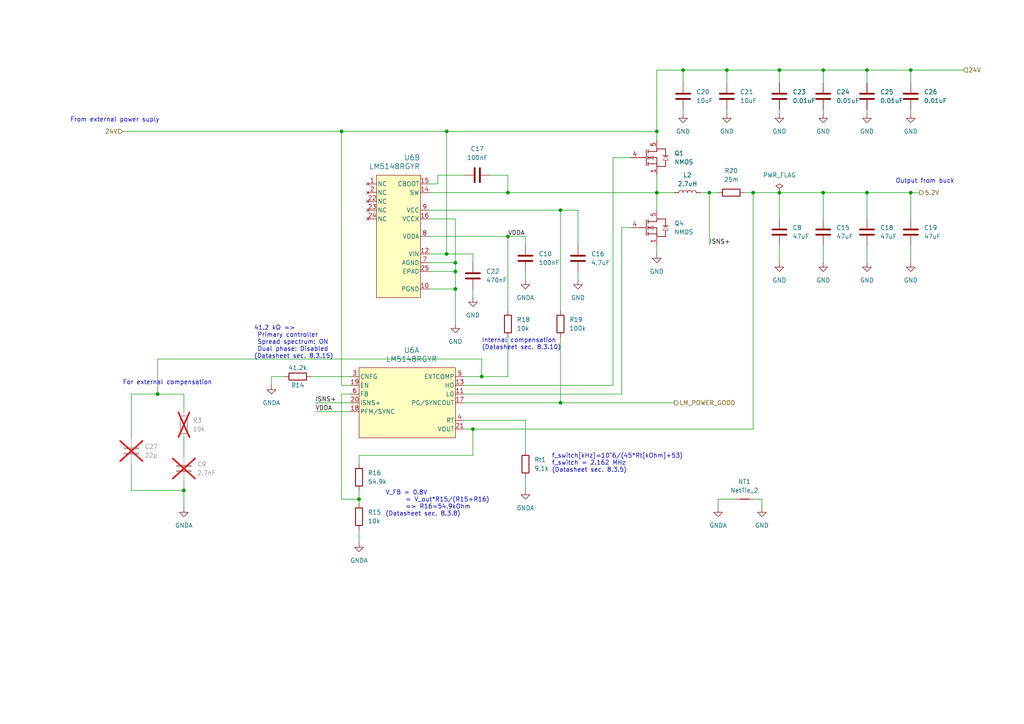
<source format=kicad_sch>
(kicad_sch (version 20230121) (generator eeschema)
  (paper "A4")
  (lib_symbols
    (symbol "CSD18514Q5A_1" (pin_names (offset 0.254))
      (property "Reference" "Q1" (at 7.62 1.27 0))
      (property "Value" "NMOS" (at 7.62 -1.27 0))
      (symbol "CSD18514Q5A_1_0_1"
        (polyline (pts (xy -2.54 0) (xy -0.508 0)) (stroke (width 0.2032)))
        (polyline (pts (xy -0.508 2.286) (xy -0.508 -2.286)) (stroke (width 0.2032)))
        (polyline (pts (xy 0 -2.286) (xy 0 -1.27)) (stroke (width 0.2032)))
        (polyline (pts (xy 0 -0.508) (xy 0 0.508)) (stroke (width 0.2032)))
        (polyline (pts (xy 0 0) (xy 1.524 -0.508)) (stroke (width 0.1016)))
        (polyline (pts (xy 0 2.286) (xy 0 1.27)) (stroke (width 0.2032)))
        (polyline (pts (xy 1.524 -0.508) (xy 1.524 0.508)) (stroke (width 0.1016)))
        (polyline (pts (xy 1.524 0.508) (xy 0 0)) (stroke (width 0.1016)))
        (polyline (pts (xy 2.54 -2.54) (xy 5.08 -2.54)) (stroke (width 0.2032)))
        (polyline (pts (xy 2.54 -1.778) (xy 0 -1.778)) (stroke (width 0.2032)))
        (polyline (pts (xy 2.54 0) (xy 0 0)) (stroke (width 0.2032)))
        (polyline (pts (xy 2.54 0) (xy 2.54 -2.54)) (stroke (width 0.2032)))
        (polyline (pts (xy 2.54 1.778) (xy 0 1.778)) (stroke (width 0.2032)))
        (polyline (pts (xy 2.54 1.778) (xy 2.54 2.54)) (stroke (width 0.2032)))
        (polyline (pts (xy 2.54 2.54) (xy 5.08 2.54)) (stroke (width 0.2032)))
        (polyline (pts (xy 4.318 -0.762) (xy 5.842 -0.762)) (stroke (width 0.1016)))
        (polyline (pts (xy 4.318 0.508) (xy 5.842 0.508)) (stroke (width 0.2032)))
        (polyline (pts (xy 5.08 -2.54) (xy 5.08 -0.762)) (stroke (width 0.2032)))
        (polyline (pts (xy 5.08 0.508) (xy 4.318 -0.762)) (stroke (width 0.1016)))
        (polyline (pts (xy 5.08 2.54) (xy 5.08 0.508)) (stroke (width 0.2032)))
        (polyline (pts (xy 5.842 -0.762) (xy 5.08 0.508)) (stroke (width 0.1016)))
      )
      (symbol "CSD18514Q5A_1_1_1"
        (pin unspecified line (at 2.54 -5.08 90) (length 2.53) (name "") (number "1"))
        (pin unspecified line (at 2.54 -5.08 90) (length 2.53) hide (name "S") (number "2"))
        (pin unspecified line (at 2.54 -5.08 90) (length 2.53) hide (name "S") (number "3"))
        (pin unspecified line (at -5.08 0 0) (length 2.53) (name "") (number "4"))
        (pin unspecified line (at 2.54 5.08 270) (length 2.53) (name "") (number "5"))
        (pin unspecified line (at 2.54 5.08 270) (length 2.53) hide (name "D") (number "6"))
        (pin unspecified line (at 2.54 5.08 270) (length 2.53) hide (name "D") (number "7"))
        (pin unspecified line (at 2.54 5.08 270) (length 2.53) hide (name "D") (number "8"))
        (pin unspecified line (at 2.54 5.08 270) (length 2.53) hide (name "") (number "9"))
      )
    )
    (symbol "Device:C" (pin_numbers hide) (pin_names (offset 0.254))
      (property "Reference" "C" (at 0.635 2.54 0))
      (property "Value" "C" (at 0.635 -2.54 0))
      (symbol "C_0_1"
        (polyline (pts (xy -2.032 -0.762) (xy 2.032 -0.762)) (stroke (width 0.508)))
        (polyline (pts (xy -2.032 0.762) (xy 2.032 0.762)) (stroke (width 0.508)))
      )
      (symbol "C_1_1"
        (pin passive line (at 0 3.81 270) (length 2.794) (name "~") (number "1"))
        (pin passive line (at 0 -3.81 90) (length 2.794) (name "~") (number "2"))
      )
    )
    (symbol "Device:L" (pin_numbers hide) (pin_names (offset 1.016) hide)
      (property "Reference" "L" (at -1.27 0 90))
      (property "Value" "L" (at 1.905 0 90))
      (symbol "L_0_1"
        (arc (start 0 -2.54) (mid 0.6323 -1.905) (end 0 -1.27))
        (arc (start 0 -1.27) (mid 0.6323 -0.635) (end 0 0))
        (arc (start 0 0) (mid 0.6323 0.635) (end 0 1.27))
        (arc (start 0 1.27) (mid 0.6323 1.905) (end 0 2.54))
      )
      (symbol "L_1_1"
        (pin passive line (at 0 3.81 270) (length 1.27) (name "1") (number "1"))
        (pin passive line (at 0 -3.81 90) (length 1.27) (name "2") (number "2"))
      )
    )
    (symbol "Device:NetTie_2" (pin_numbers hide) (pin_names (offset 0) hide) (in_bom no)
      (property "Reference" "NT" (at 0 1.27 0))
      (property "Value" "NetTie_2" (at 0 -1.27 0))
      (symbol "NetTie_2_0_1"
        (polyline (pts (xy -1.27 0) (xy 1.27 0)) (stroke (width 0.254)))
      )
      (symbol "NetTie_2_1_1"
        (pin passive line (at -2.54 0 0) (length 2.54) (name "1") (number "1"))
        (pin passive line (at 2.54 0 180) (length 2.54) (name "2") (number "2"))
      )
    )
    (symbol "Device:R" (pin_numbers hide) (pin_names (offset 0))
      (property "Reference" "R" (at 2.032 0 90))
      (property "Value" "R" (at 0 0 90))
      (symbol "R_0_1"
        (rectangle (start -1.016 -2.54) (end 1.016 2.54) (stroke (width 0.254)))
      )
      (symbol "R_1_1"
        (pin passive line (at 0 3.81 270) (length 1.27) (name "~") (number "1"))
        (pin passive line (at 0 -3.81 90) (length 1.27) (name "~") (number "2"))
      )
    )
    (symbol "LM5148:LM5148RGYR" (pin_names (offset 0.254))
      (property "Reference" "U" (at 1.094 19.6949 0))
      (property "Value" "LM5148RGYR" (at 1.8042 17.1499 0))
      (symbol "LM5148RGYR_1_1"
        (rectangle (start -15.24 10.16) (end 12.7 -10.16) (fill (type background)))
        (pin output line (at 15.24 2.54 180) (length 2.54) (name "LO") (number "11"))
        (pin output line (at 15.24 5.08 180) (length 2.54) (name "HO") (number "13"))
        (pin output line (at 15.24 0 180) (length 2.54) (name "PG/SYNCOUT") (number "17"))
        (pin input line (at -17.78 -2.54 0) (length 2.54) (name "PFM/SYNC") (number "18"))
        (pin input line (at -17.78 5.08 0) (length 2.54) (name "EN") (number "19"))
        (pin input line (at -17.78 0 0) (length 2.54) (name "ISNS+") (number "20"))
        (pin unspecified line (at 15.24 -7.62 180) (length 2.54) (name "VOUT") (number "21"))
        (pin input line (at -17.78 7.62 0) (length 2.54) (name "CNFG") (number "3"))
        (pin output line (at 15.24 -5.08 180) (length 2.54) (name "RT") (number "4"))
        (pin output line (at 15.24 7.62 180) (length 2.54) (name "EXTCOMP") (number "5"))
        (pin input line (at -17.78 2.54 0) (length 2.54) (name "FB") (number "6"))
      )
      (symbol "LM5148RGYR_2_1"
        (rectangle (start -5.08 15.24) (end 7.62 -20.32) (fill (type background)))
        (pin no_connect line (at 10.16 12.7 180) (length 2.54) (name "NC") (number "1"))
        (pin power_out line (at -7.62 -17.78 0) (length 2.54) (name "PGND") (number "10"))
        (pin power_in line (at -7.62 -7.62 0) (length 2.54) (name "VIN") (number "12"))
        (pin power_out line (at -7.62 10.16 0) (length 2.54) (name "SW") (number "14"))
        (pin power_out line (at -7.62 12.7 0) (length 2.54) (name "CBOOT") (number "15"))
        (pin power_in line (at -7.62 2.54 0) (length 2.54) (name "VCCX") (number "16"))
        (pin no_connect line (at 10.16 10.16 180) (length 2.54) (name "NC") (number "2"))
        (pin no_connect line (at 10.16 7.62 180) (length 2.54) (name "NC") (number "22"))
        (pin no_connect line (at 10.16 5.08 180) (length 2.54) (name "NC") (number "23"))
        (pin no_connect line (at 10.16 2.54 180) (length 2.54) (name "NC") (number "24"))
        (pin power_out line (at -7.62 -12.7 0) (length 2.54) (name "EPAD") (number "25"))
        (pin power_out line (at -7.62 -10.16 0) (length 2.54) (name "AGND") (number "7"))
        (pin output line (at -7.62 -2.54 0) (length 2.54) (name "VDDA") (number "8"))
        (pin power_out line (at -7.62 5.08 0) (length 2.54) (name "VCC") (number "9"))
      )
    )
    (symbol "LM5148RGYR_1" (pin_names (offset 0.254))
      (property "Reference" "U" (at 1.094 19.6949 0))
      (property "Value" "LM5148RGYR" (at 1.8042 17.1499 0))
      (symbol "LM5148RGYR_1_1_1"
        (rectangle (start -15.24 10.16) (end 12.7 -10.16) (fill (type background)))
        (pin output line (at 15.24 2.54 180) (length 2.54) (name "LO") (number "11"))
        (pin output line (at 15.24 5.08 180) (length 2.54) (name "HO") (number "13"))
        (pin output line (at 15.24 0 180) (length 2.54) (name "PG/SYNCOUT") (number "17"))
        (pin input line (at -17.78 -2.54 0) (length 2.54) (name "PFM/SYNC") (number "18"))
        (pin input line (at -17.78 5.08 0) (length 2.54) (name "EN") (number "19"))
        (pin input line (at -17.78 0 0) (length 2.54) (name "ISNS+") (number "20"))
        (pin unspecified line (at 15.24 -7.62 180) (length 2.54) (name "VOUT") (number "21"))
        (pin input line (at -17.78 7.62 0) (length 2.54) (name "CNFG") (number "3"))
        (pin output line (at 15.24 -5.08 180) (length 2.54) (name "RT") (number "4"))
        (pin output line (at 15.24 7.62 180) (length 2.54) (name "EXTCOMP") (number "5"))
        (pin input line (at -17.78 2.54 0) (length 2.54) (name "FB") (number "6"))
      )
      (symbol "LM5148RGYR_1_2_1"
        (rectangle (start -5.08 15.24) (end 7.62 -20.32) (fill (type background)))
        (pin no_connect line (at 10.16 12.7 180) (length 2.54) (name "NC") (number "1"))
        (pin power_out line (at -7.62 -17.78 0) (length 2.54) (name "PGND") (number "10"))
        (pin power_in line (at -7.62 -7.62 0) (length 2.54) (name "VIN") (number "12"))
        (pin power_out line (at -7.62 10.16 0) (length 2.54) (name "SW") (number "14"))
        (pin power_out line (at -7.62 12.7 0) (length 2.54) (name "CBOOT") (number "15"))
        (pin power_in line (at -7.62 2.54 0) (length 2.54) (name "VCCX") (number "16"))
        (pin no_connect line (at 10.16 10.16 180) (length 2.54) (name "NC") (number "2"))
        (pin no_connect line (at 10.16 7.62 180) (length 2.54) (name "NC") (number "22"))
        (pin no_connect line (at 10.16 5.08 180) (length 2.54) (name "NC") (number "23"))
        (pin no_connect line (at 10.16 2.54 180) (length 2.54) (name "NC") (number "24"))
        (pin power_out line (at -7.62 -12.7 0) (length 2.54) (name "EPAD") (number "25"))
        (pin power_out line (at -7.62 -10.16 0) (length 2.54) (name "AGND") (number "7"))
        (pin output line (at -7.62 -2.54 0) (length 2.54) (name "VDDA") (number "8"))
        (pin power_out line (at -7.62 5.08 0) (length 2.54) (name "VCC") (number "9"))
      )
    )
    (symbol "NMOS-CSD18514:CSD18514Q5A" (pin_names (offset 0.254))
      (property "Reference" "U" (at 0 2.54 0))
      (property "Value" "CSD18514Q5A" (at 12.7 5.08 0))
      (symbol "CSD18514Q5A_0_1"
        (polyline (pts (xy -2.54 0) (xy -0.508 0)) (stroke (width 0.2032)))
        (polyline (pts (xy -0.508 2.286) (xy -0.508 -2.286)) (stroke (width 0.2032)))
        (polyline (pts (xy 0 -2.286) (xy 0 -1.27)) (stroke (width 0.2032)))
        (polyline (pts (xy 0 -0.508) (xy 0 0.508)) (stroke (width 0.2032)))
        (polyline (pts (xy 0 0) (xy 1.524 -0.508)) (stroke (width 0.1016)))
        (polyline (pts (xy 0 2.286) (xy 0 1.27)) (stroke (width 0.2032)))
        (polyline (pts (xy 1.524 -0.508) (xy 1.524 0.508)) (stroke (width 0.1016)))
        (polyline (pts (xy 1.524 0.508) (xy 0 0)) (stroke (width 0.1016)))
        (polyline (pts (xy 2.54 -2.54) (xy 5.08 -2.54)) (stroke (width 0.2032)))
        (polyline (pts (xy 2.54 -1.778) (xy 0 -1.778)) (stroke (width 0.2032)))
        (polyline (pts (xy 2.54 0) (xy 0 0)) (stroke (width 0.2032)))
        (polyline (pts (xy 2.54 0) (xy 2.54 -2.54)) (stroke (width 0.2032)))
        (polyline (pts (xy 2.54 1.778) (xy 0 1.778)) (stroke (width 0.2032)))
        (polyline (pts (xy 2.54 1.778) (xy 2.54 2.54)) (stroke (width 0.2032)))
        (polyline (pts (xy 2.54 2.54) (xy 5.08 2.54)) (stroke (width 0.2032)))
        (polyline (pts (xy 4.318 -0.762) (xy 5.842 -0.762)) (stroke (width 0.1016)))
        (polyline (pts (xy 4.318 0.508) (xy 5.842 0.508)) (stroke (width 0.2032)))
        (polyline (pts (xy 5.08 -2.54) (xy 5.08 -0.762)) (stroke (width 0.2032)))
        (polyline (pts (xy 5.08 0.508) (xy 4.318 -0.762)) (stroke (width 0.1016)))
        (polyline (pts (xy 5.08 2.54) (xy 5.08 0.508)) (stroke (width 0.2032)))
        (polyline (pts (xy 5.842 -0.762) (xy 5.08 0.508)) (stroke (width 0.1016)))
      )
      (symbol "CSD18514Q5A_1_1"
        (pin unspecified line (at 2.54 -5.08 90) (length 2.53) (name "") (number "1"))
        (pin unspecified line (at 2.54 -5.08 90) (length 2.53) hide (name "S") (number "2"))
        (pin unspecified line (at 2.54 -5.07 90) (length 2.53) hide (name "S") (number "3"))
        (pin unspecified line (at -5.08 0 0) (length 2.53) (name "") (number "4"))
        (pin unspecified line (at 2.54 5.08 270) (length 2.53) (name "") (number "5"))
        (pin unspecified line (at 2.54 5.08 270) (length 2.53) hide (name "D") (number "6"))
        (pin unspecified line (at 2.54 5.08 270) (length 2.53) hide (name "D") (number "7"))
        (pin unspecified line (at 2.54 5.08 270) (length 2.53) hide (name "D") (number "8"))
        (pin unspecified line (at 2.54 5.08 270) (length 2.53) hide (name "") (number "9"))
      )
    )
    (symbol "power:GND" (power) (pin_names (offset 0))
      (property "Value" "GND" (at 0 -3.81 0))
      (symbol "GND_0_1"
        (polyline (pts (xy 0 0) (xy 0 -1.27) (xy 1.27 -1.27) (xy 0 -2.54) (xy -1.27 -1.27) (xy 0 -1.27)))
      )
      (symbol "GND_1_1"
        (pin power_in line (at 0 0 270) (length 0) hide (name "GND") (number "1"))
      )
    )
    (symbol "power:GNDA" (power) (pin_names (offset 0))
      (property "Value" "GNDA" (at 0 -3.81 0))
      (symbol "GNDA_0_1"
        (polyline (pts (xy 0 0) (xy 0 -1.27) (xy 1.27 -1.27) (xy 0 -2.54) (xy -1.27 -1.27) (xy 0 -1.27)))
      )
      (symbol "GNDA_1_1"
        (pin power_in line (at 0 0 270) (length 0) hide (name "GNDA") (number "1"))
      )
    )
    (symbol "power:PWR_FLAG" (power) (pin_numbers hide) (pin_names (offset 0) hide)
      (property "Value" "PWR_FLAG" (at 0 3.81 0))
      (symbol "PWR_FLAG_0_0"
        (pin power_out line (at 0 0 90) (length 0) (name "pwr") (number "1"))
      )
      (symbol "PWR_FLAG_0_1"
        (polyline (pts (xy 0 0) (xy 0 1.27) (xy -1.016 1.905) (xy 0 2.54) (xy 1.016 1.905) (xy 0 1.27)))
      )
    )
  )
  (junction (at 190.5 55.88))
  (junction (at 205.74 55.88))
  (junction (at 190.5 38.1))
  (junction (at 99.06 38.1))
  (junction (at 45.72 114.3))
  (junction (at 132.08 76.2))
  (junction (at 264.16 20.32))
  (junction (at 210.82 20.32))
  (junction (at 238.76 55.88))
  (junction (at 147.32 68.58))
  (junction (at 238.76 20.32))
  (junction (at 251.46 20.32))
  (junction (at 198.12 20.32))
  (junction (at 139.7 109.22))
  (junction (at 251.46 55.88))
  (junction (at 162.56 60.96))
  (junction (at 104.14 144.78))
  (junction (at 147.32 55.88))
  (junction (at 162.56 116.84))
  (junction (at 264.16 55.88))
  (junction (at 132.08 78.74))
  (junction (at 218.44 55.88))
  (junction (at 226.06 20.32))
  (junction (at 129.54 73.66))
  (junction (at 137.16 124.46))
  (junction (at 129.54 38.1))
  (junction (at 132.08 83.82))
  (junction (at 53.34 142.24))
  (junction (at 226.06 55.88))
  (wire (pts (xy 198.12 20.32) (xy 198.12 24.13)))
  (wire (pts (xy 198.12 20.32) (xy 210.82 20.32)))
  (wire (pts (xy 226.06 55.88) (xy 226.06 63.5)))
  (wire (pts (xy 53.34 142.24) (xy 53.34 139.7)))
  (wire (pts (xy 38.1 142.24) (xy 53.34 142.24)))
  (wire (pts (xy 238.76 20.32) (xy 251.46 20.32)))
  (wire (pts (xy 210.82 31.75) (xy 210.82 33.02)))
  (wire (pts (xy 210.82 20.32) (xy 226.06 20.32)))
  (wire (pts (xy 180.34 66.04) (xy 182.88 66.04)))
  (wire (pts (xy 190.5 50.8) (xy 190.5 55.88)))
  (wire (pts (xy 99.06 111.76) (xy 99.06 38.1)))
  (wire (pts (xy 167.64 78.74) (xy 167.64 81.28)))
  (wire (pts (xy 129.54 38.1) (xy 190.5 38.1)))
  (wire (pts (xy 124.46 55.88) (xy 147.32 55.88)))
  (wire (pts (xy 162.56 60.96) (xy 167.64 60.96)))
  (wire (pts (xy 238.76 20.32) (xy 238.76 24.13)))
  (wire (pts (xy 251.46 20.32) (xy 264.16 20.32)))
  (wire (pts (xy 99.06 144.78) (xy 104.14 144.78)))
  (wire (pts (xy 137.16 73.66) (xy 129.54 73.66)))
  (wire (pts (xy 264.16 55.88) (xy 264.16 63.5)))
  (wire (pts (xy 152.4 138.43) (xy 152.4 142.24)))
  (wire (pts (xy 251.46 55.88) (xy 264.16 55.88)))
  (wire (pts (xy 99.06 111.76) (xy 101.6 111.76)))
  (wire (pts (xy 134.62 124.46) (xy 137.16 124.46)))
  (wire (pts (xy 218.44 55.88) (xy 218.44 124.46)))
  (wire (pts (xy 238.76 71.12) (xy 238.76 76.2)))
  (wire (pts (xy 132.08 78.74) (xy 132.08 83.82)))
  (wire (pts (xy 180.34 114.3) (xy 180.34 66.04)))
  (wire (pts (xy 226.06 20.32) (xy 226.06 24.13)))
  (wire (pts (xy 177.8 45.72) (xy 182.88 45.72)))
  (wire (pts (xy 53.34 114.3) (xy 53.34 119.38)))
  (wire (pts (xy 190.5 55.88) (xy 195.58 55.88)))
  (wire (pts (xy 251.46 55.88) (xy 251.46 63.5)))
  (wire (pts (xy 218.44 55.88) (xy 226.06 55.88)))
  (wire (pts (xy 226.06 71.12) (xy 226.06 76.2)))
  (wire (pts (xy 99.06 114.3) (xy 99.06 144.78)))
  (wire (pts (xy 226.06 55.88) (xy 238.76 55.88)))
  (wire (pts (xy 104.14 132.08) (xy 137.16 132.08)))
  (wire (pts (xy 38.1 127) (xy 38.1 114.3)))
  (wire (pts (xy 264.16 31.75) (xy 264.16 33.02)))
  (wire (pts (xy 127 53.34) (xy 127 50.8)))
  (wire (pts (xy 124.46 73.66) (xy 129.54 73.66)))
  (wire (pts (xy 139.7 109.22) (xy 139.7 104.14)))
  (wire (pts (xy 45.72 114.3) (xy 53.34 114.3)))
  (wire (pts (xy 142.24 50.8) (xy 147.32 50.8)))
  (wire (pts (xy 124.46 76.2) (xy 132.08 76.2)))
  (wire (pts (xy 127 50.8) (xy 134.62 50.8)))
  (wire (pts (xy 124.46 68.58) (xy 147.32 68.58)))
  (wire (pts (xy 198.12 31.75) (xy 198.12 33.02)))
  (wire (pts (xy 134.62 121.92) (xy 152.4 121.92)))
  (wire (pts (xy 203.2 55.88) (xy 205.74 55.88)))
  (wire (pts (xy 132.08 83.82) (xy 124.46 83.82)))
  (wire (pts (xy 190.5 71.12) (xy 190.5 73.66)))
  (wire (pts (xy 134.62 111.76) (xy 177.8 111.76)))
  (wire (pts (xy 38.1 134.62) (xy 38.1 142.24)))
  (wire (pts (xy 177.8 111.76) (xy 177.8 45.72)))
  (wire (pts (xy 147.32 50.8) (xy 147.32 55.88)))
  (wire (pts (xy 210.82 20.32) (xy 210.82 24.13)))
  (wire (pts (xy 251.46 71.12) (xy 251.46 76.2)))
  (wire (pts (xy 91.44 119.38) (xy 101.6 119.38)))
  (wire (pts (xy 264.16 20.32) (xy 264.16 24.13)))
  (wire (pts (xy 190.5 55.88) (xy 190.5 60.96)))
  (wire (pts (xy 91.44 116.84) (xy 101.6 116.84)))
  (wire (pts (xy 78.74 109.22) (xy 78.74 111.76)))
  (wire (pts (xy 90.17 109.22) (xy 101.6 109.22)))
  (wire (pts (xy 208.28 144.78) (xy 213.36 144.78)))
  (wire (pts (xy 162.56 116.84) (xy 195.58 116.84)))
  (wire (pts (xy 218.44 55.88) (xy 215.9 55.88)))
  (wire (pts (xy 137.16 124.46) (xy 137.16 132.08)))
  (wire (pts (xy 218.44 144.78) (xy 220.98 144.78)))
  (wire (pts (xy 152.4 71.12) (xy 152.4 68.58)))
  (wire (pts (xy 38.1 114.3) (xy 45.72 114.3)))
  (wire (pts (xy 251.46 20.32) (xy 251.46 24.13)))
  (wire (pts (xy 45.72 104.14) (xy 45.72 114.3)))
  (wire (pts (xy 139.7 109.22) (xy 134.62 109.22)))
  (wire (pts (xy 147.32 97.79) (xy 147.32 109.22)))
  (wire (pts (xy 104.14 142.24) (xy 104.14 144.78)))
  (wire (pts (xy 53.34 142.24) (xy 53.34 147.32)))
  (wire (pts (xy 147.32 109.22) (xy 139.7 109.22)))
  (wire (pts (xy 205.74 55.88) (xy 208.28 55.88)))
  (wire (pts (xy 82.55 109.22) (xy 78.74 109.22)))
  (wire (pts (xy 124.46 60.96) (xy 162.56 60.96)))
  (wire (pts (xy 205.74 71.12) (xy 205.74 55.88)))
  (wire (pts (xy 152.4 78.74) (xy 152.4 81.28)))
  (wire (pts (xy 132.08 76.2) (xy 132.08 78.74)))
  (wire (pts (xy 162.56 97.79) (xy 162.56 116.84)))
  (wire (pts (xy 124.46 53.34) (xy 127 53.34)))
  (wire (pts (xy 104.14 144.78) (xy 104.14 146.05)))
  (wire (pts (xy 238.76 55.88) (xy 251.46 55.88)))
  (wire (pts (xy 139.7 104.14) (xy 45.72 104.14)))
  (wire (pts (xy 137.16 124.46) (xy 218.44 124.46)))
  (wire (pts (xy 124.46 78.74) (xy 132.08 78.74)))
  (wire (pts (xy 147.32 68.58) (xy 152.4 68.58)))
  (wire (pts (xy 147.32 68.58) (xy 147.32 90.17)))
  (wire (pts (xy 104.14 132.08) (xy 104.14 134.62)))
  (wire (pts (xy 264.16 20.32) (xy 279.4 20.32)))
  (wire (pts (xy 264.16 55.88) (xy 266.7 55.88)))
  (wire (pts (xy 134.62 116.84) (xy 162.56 116.84)))
  (wire (pts (xy 53.34 127) (xy 53.34 132.08)))
  (wire (pts (xy 226.06 20.32) (xy 238.76 20.32)))
  (wire (pts (xy 190.5 20.32) (xy 198.12 20.32)))
  (wire (pts (xy 137.16 76.2) (xy 137.16 73.66)))
  (wire (pts (xy 220.98 144.78) (xy 220.98 147.32)))
  (wire (pts (xy 190.5 38.1) (xy 190.5 20.32)))
  (wire (pts (xy 132.08 83.82) (xy 132.08 93.98)))
  (wire (pts (xy 124.46 63.5) (xy 132.08 63.5)))
  (wire (pts (xy 162.56 90.17) (xy 162.56 60.96)))
  (wire (pts (xy 99.06 38.1) (xy 129.54 38.1)))
  (wire (pts (xy 251.46 31.75) (xy 251.46 33.02)))
  (wire (pts (xy 238.76 31.75) (xy 238.76 33.02)))
  (wire (pts (xy 137.16 83.82) (xy 137.16 86.36)))
  (wire (pts (xy 238.76 55.88) (xy 238.76 63.5)))
  (wire (pts (xy 132.08 63.5) (xy 132.08 76.2)))
  (wire (pts (xy 35.56 38.1) (xy 99.06 38.1)))
  (wire (pts (xy 134.62 114.3) (xy 180.34 114.3)))
  (wire (pts (xy 190.5 40.64) (xy 190.5 38.1)))
  (wire (pts (xy 167.64 71.12) (xy 167.64 60.96)))
  (wire (pts (xy 147.32 55.88) (xy 190.5 55.88)))
  (wire (pts (xy 101.6 114.3) (xy 99.06 114.3)))
  (wire (pts (xy 208.28 147.32) (xy 208.28 144.78)))
  (wire (pts (xy 152.4 121.92) (xy 152.4 130.81)))
  (wire (pts (xy 264.16 71.12) (xy 264.16 76.2)))
  (wire (pts (xy 104.14 153.67) (xy 104.14 157.48)))
  (wire (pts (xy 129.54 38.1) (xy 129.54 73.66)))
  (wire (pts (xy 226.06 31.75) (xy 226.06 33.02)))
  (rectangle (start 165.1 218.44) (end 165.1 218.44))
  (text "From external power suply" (at 20.32 35.56 0) (effects (font (size 1.27 1.27)) (justify left bottom)))
  (text "For external compensation" (at 35.56 111.76 0) (effects (font (size 1.27 1.27)) (justify left bottom)))
  (text "f_switch[kHz]=10^6/(45*Rt[kOhm]+53)\nf_switch = 2.162 MHz\n(Datasheet sec. 8.3.5)" (at 160.02 137.16 0) (effects (font (size 1.27 1.27)) (justify left bottom)))
  (text "Output from buck\n" (at 276.86 53.34 0) (effects (font (size 1.27 1.27)) (justify right bottom)))
  (text "41.2 kΩ =>\n Primary controller\n Spread spectrum: ON\n Dual phase: Disabled\n(Datasheet sec. 8.3.15)" (at 73.66 104.14 0) (effects (font (size 1.27 1.27)) (justify left bottom)))
  (text "Internal compensation\n(Datasheet sec. 8.3.10)" (at 139.7 101.6 0) (effects (font (size 1.27 1.27)) (justify left bottom)))
  (text "V_FB = 0.8V \n      = V_out*R15/(R15+R16)\n	 => R16=54.9kOhm\n(Datasheet sec. 8.3.8)" (at 111.76 149.86 0) (effects (font (size 1.27 1.27)) (justify left bottom)))
  (label "ISNS+" (at 205.74 71.12 0))
  (label "VDDA" (at 147.32 68.58 0))
  (label "ISNS+" (at 91.44 116.84 0))
  (label "VDDA" (at 91.44 119.38 0))
  (hierarchical_label "LM_POWER_GOOD" (shape output) (at 195.58 116.84 0))
  (hierarchical_label "24V" (shape input) (at 279.4 20.32 0))
  (hierarchical_label "24V" (shape input) (at 35.56 38.1 180))
  (hierarchical_label "5.2V" (shape output) (at 266.7 55.88 0))
  (symbol (lib_id "Device:C") (at 251.46 67.31 0) (unit 1)
    (property "Reference" "C18" (at 255.27 66.04 0) (effects (justify left)))
    (property "Value" "47uF" (at 255.27 68.58 0) (effects (justify left)))
    (property "Footprint" "Capacitor_SMD:C_1210_3225Metric_Pad1.33x2.70mm_HandSolder" (effects hide))
  )
  (symbol (lib_id "Device:R") (at 53.34 123.19 0) (unit 1) (dnp yes)
    (property "Reference" "R3" (at 55.88 121.92 0) (effects (justify left)))
    (property "Value" "10k" (at 55.88 124.46 0) (effects (justify left)))
    (property "Footprint" "Resistor_SMD:R_0805_2012Metric_Pad1.20x1.40mm_HandSolder" (effects hide))
  )
  (symbol (lib_id "Device:R") (at 212.09 55.88 270) (mirror x) (unit 1)
    (property "Reference" "R20" (at 212.09 49.53 90))
    (property "Value" "25m" (at 212.09 52.07 90))
    (property "Footprint" "Resistor_SMD:R_0815_2038Metric_Pad1.20x4.05mm_HandSolder" (effects hide))
  )
  (symbol (lib_id "Device:C") (at 167.64 74.93 0) (unit 1)
    (property "Reference" "C16" (at 171.45 73.66 0) (effects (justify left)))
    (property "Value" "4.7uF" (at 171.45 76.2 0) (effects (justify left)))
    (property "Footprint" "Capacitor_SMD:C_0805_2012Metric_Pad1.18x1.45mm_HandSolder" (effects hide))
  )
  (symbol (lib_id "power:GNDA") (at 78.74 111.76 0) (unit 1)
    (property "Reference" "#PWR027" (effects hide))
    (property "Value" "GNDA" (at 78.74 116.84 0))
  )
  (symbol (lib_id "power:GND") (at 226.06 33.02 0) (unit 1)
    (property "Reference" "#PWR039" (effects hide))
    (property "Value" "GND" (at 226.06 38.1 0))
  )
  (symbol (lib_id "Device:C") (at 238.76 67.31 0) (unit 1)
    (property "Reference" "C15" (at 242.57 66.04 0) (effects (justify left)))
    (property "Value" "47uF" (at 242.57 68.58 0) (effects (justify left)))
    (property "Footprint" "Capacitor_SMD:C_1210_3225Metric_Pad1.33x2.70mm_HandSolder" (effects hide))
  )
  (symbol (lib_id "power:GND") (at 238.76 33.02 0) (unit 1)
    (property "Reference" "#PWR040" (effects hide))
    (property "Value" "GND" (at 238.76 38.1 0))
  )
  (symbol (lib_id "Device:R") (at 152.4 134.62 0) (unit 1)
    (property "Reference" "Rt1" (at 154.94 133.35 0) (effects (justify left)))
    (property "Value" "9.1k" (at 154.94 135.89 0) (effects (justify left)))
    (property "Footprint" "Resistor_SMD:R_0805_2012Metric_Pad1.20x1.40mm_HandSolder" (effects hide))
  )
  (symbol (lib_id "power:GND") (at 238.76 76.2 0) (unit 1)
    (property "Reference" "#PWR019" (effects hide))
    (property "Value" "GND" (at 238.76 81.28 0))
  )
  (symbol (lib_id "power:GND") (at 264.16 76.2 0) (unit 1)
    (property "Reference" "#PWR021" (effects hide))
    (property "Value" "GND" (at 264.16 81.28 0))
  )
  (symbol (lib_id "power:GND") (at 190.5 73.66 0) (unit 1)
    (property "Reference" "#PWR031" (effects hide))
    (property "Value" "GND" (at 190.5 78.74 0))
  )
  (symbol (lib_id "power:GNDA") (at 152.4 142.24 0) (unit 1)
    (property "Reference" "#PWR029" (effects hide))
    (property "Value" "GNDA" (at 152.4 147.32 0))
  )
  (symbol (lib_name "LM5148RGYR_1") (lib_id "LM5148:LM5148RGYR") (at 116.84 66.04 0) (mirror y) (unit 2)
    (property "Reference" "U6" (at 121.92 45.72 0) (effects (font (size 1.524 1.524)) (justify left)))
    (property "Value" "LM5148RGYR" (at 121.92 48.26 0) (effects (font (size 1.524 1.524)) (justify left)))
    (property "Footprint" "LM5148:VQFN24_RGY_TEX" (effects hide))
    (property "Datasheet" "LM5148RGYR" (effects hide))
  )
  (symbol (lib_id "Device:C") (at 226.06 67.31 0) (unit 1)
    (property "Reference" "C8" (at 229.87 66.04 0) (effects (justify left)))
    (property "Value" "47uF" (at 229.87 68.58 0) (effects (justify left)))
    (property "Footprint" "Capacitor_SMD:C_1210_3225Metric_Pad1.33x2.70mm_HandSolder" (effects hide))
  )
  (symbol (lib_id "Device:R") (at 147.32 93.98 0) (unit 1)
    (property "Reference" "R18" (at 149.86 92.71 0) (effects (justify left)))
    (property "Value" "10k" (at 149.86 95.25 0) (effects (justify left)))
    (property "Footprint" "Resistor_SMD:R_0805_2012Metric_Pad1.20x1.40mm_HandSolder" (effects hide))
  )
  (symbol (lib_id "power:GND") (at 251.46 33.02 0) (unit 1)
    (property "Reference" "#PWR041" (effects hide))
    (property "Value" "GND" (at 251.46 38.1 0))
  )
  (symbol (lib_id "Device:C") (at 152.4 74.93 0) (unit 1)
    (property "Reference" "C10" (at 156.21 73.66 0) (effects (justify left)))
    (property "Value" "100nF" (at 156.21 76.2 0) (effects (justify left)))
    (property "Footprint" "Capacitor_SMD:C_0805_2012Metric_Pad1.18x1.45mm_HandSolder" (effects hide))
  )
  (symbol (lib_id "Device:C") (at 53.34 135.89 0) (unit 1) (dnp yes)
    (property "Reference" "C9" (at 57.15 134.62 0) (effects (justify left)))
    (property "Value" "2.7nF" (at 57.15 137.16 0) (effects (justify left)))
    (property "Footprint" "Capacitor_SMD:C_0805_2012Metric_Pad1.18x1.45mm_HandSolder" (effects hide))
  )
  (symbol (lib_id "Device:C") (at 198.12 27.94 0) (unit 1)
    (property "Reference" "C20" (at 201.93 26.67 0) (effects (justify left)))
    (property "Value" "10uF" (at 201.93 29.21 0) (effects (justify left)))
    (property "Footprint" "Capacitor_SMD:C_1210_3225Metric_Pad1.33x2.70mm_HandSolder" (effects hide))
  )
  (symbol (lib_id "power:GNDA") (at 152.4 81.28 0) (unit 1)
    (property "Reference" "#PWR036" (effects hide))
    (property "Value" "GNDA" (at 152.4 86.36 0))
  )
  (symbol (lib_id "Device:C") (at 138.43 50.8 90) (unit 1)
    (property "Reference" "C17" (at 138.43 43.18 90))
    (property "Value" "100nF" (at 138.43 45.72 90))
    (property "Footprint" "Capacitor_SMD:C_0805_2012Metric_Pad1.18x1.45mm_HandSolder" (effects hide))
  )
  (symbol (lib_id "power:GNDA") (at 208.28 147.32 0) (unit 1)
    (property "Reference" "#PWR046" (effects hide))
    (property "Value" "GNDA" (at 208.28 152.4 0))
  )
  (symbol (lib_id "power:GNDA") (at 53.34 147.32 0) (unit 1)
    (property "Reference" "#PWR032" (effects hide))
    (property "Value" "GNDA" (at 53.34 152.4 0))
  )
  (symbol (lib_id "power:GND") (at 137.16 86.36 0) (mirror y) (unit 1)
    (property "Reference" "#PWR038" (effects hide))
    (property "Value" "GND" (at 137.16 91.44 0))
  )
  (symbol (lib_id "power:GND") (at 226.06 76.2 0) (unit 1)
    (property "Reference" "#PWR030" (effects hide))
    (property "Value" "GND" (at 226.06 81.28 0))
  )
  (symbol (lib_id "Device:C") (at 226.06 27.94 0) (unit 1)
    (property "Reference" "C23" (at 229.87 26.67 0) (effects (justify left)))
    (property "Value" "0.01uF" (at 229.87 29.21 0) (effects (justify left)))
    (property "Footprint" "Capacitor_SMD:C_0805_2012Metric_Pad1.18x1.45mm_HandSolder" (effects hide))
  )
  (symbol (lib_id "power:GND") (at 198.12 33.02 0) (unit 1)
    (property "Reference" "#PWR033" (effects hide))
    (property "Value" "GND" (at 198.12 38.1 0))
  )
  (symbol (lib_id "Device:L") (at 199.39 55.88 270) (mirror x) (unit 1)
    (property "Reference" "L2" (at 199.39 50.8 90))
    (property "Value" "2.7uH" (at 199.39 53.34 90))
    (property "Footprint" "Inductor_SMD:L_Bourns-SRN8040_8x8.15mm" (effects hide))
  )
  (symbol (lib_id "LM5148:LM5148RGYR") (at 119.38 116.84 0) (unit 1)
    (property "Reference" "U6" (at 119.38 101.6 0) (effects (font (size 1.524 1.524))))
    (property "Value" "LM5148RGYR" (at 119.38 104.14 0) (effects (font (size 1.524 1.524))))
    (property "Footprint" "LM5148:VQFN24_RGY_TEX" (effects hide))
    (property "Datasheet" "LM5148RGYR" (effects hide))
  )
  (symbol (lib_id "Device:C") (at 137.16 80.01 0) (unit 1)
    (property "Reference" "C22" (at 140.97 78.74 0) (effects (justify left)))
    (property "Value" "470nF" (at 140.97 81.28 0) (effects (justify left)))
    (property "Footprint" "Capacitor_SMD:C_0805_2012Metric_Pad1.18x1.45mm_HandSolder" (effects hide))
  )
  (symbol (lib_id "power:PWR_FLAG") (at 226.06 55.88 0) (unit 1)
    (property "Reference" "#FLG01" (effects hide))
    (property "Value" "PWR_FLAG" (at 226.06 50.8 0))
  )
  (symbol (lib_id "Device:R") (at 86.36 109.22 90) (unit 1)
    (property "Reference" "R14" (at 86.36 111.76 90))
    (property "Value" "41.2k" (at 86.36 106.68 90))
    (property "Footprint" "Resistor_SMD:R_0805_2012Metric_Pad1.20x1.40mm_HandSolder" (effects hide))
  )
  (symbol (lib_id "Device:C") (at 38.1 130.81 0) (unit 1) (dnp yes)
    (property "Reference" "C27" (at 41.91 129.54 0) (effects (justify left)))
    (property "Value" "22p" (at 41.91 132.08 0) (effects (justify left)))
    (property "Footprint" "Capacitor_SMD:C_0805_2012Metric_Pad1.18x1.45mm_HandSolder" (effects hide))
  )
  (symbol (lib_id "Device:C") (at 264.16 27.94 0) (unit 1)
    (property "Reference" "C26" (at 267.97 26.67 0) (effects (justify left)))
    (property "Value" "0.01uF" (at 267.97 29.21 0) (effects (justify left)))
    (property "Footprint" "Capacitor_SMD:C_0805_2012Metric_Pad1.18x1.45mm_HandSolder" (effects hide))
  )
  (symbol (lib_id "Device:R") (at 104.14 149.86 0) (unit 1)
    (property "Reference" "R15" (at 106.68 148.59 0) (effects (justify left)))
    (property "Value" "10k" (at 106.68 151.13 0) (effects (justify left)))
    (property "Footprint" "Resistor_SMD:R_0805_2012Metric_Pad1.20x1.40mm_HandSolder" (effects hide))
  )
  (symbol (lib_id "power:GND") (at 251.46 76.2 0) (unit 1)
    (property "Reference" "#PWR020" (effects hide))
    (property "Value" "GND" (at 251.46 81.28 0))
  )
  (symbol (lib_id "Device:C") (at 238.76 27.94 0) (unit 1)
    (property "Reference" "C24" (at 242.57 26.67 0) (effects (justify left)))
    (property "Value" "0.01uF" (at 242.57 29.21 0) (effects (justify left)))
    (property "Footprint" "Capacitor_SMD:C_0805_2012Metric_Pad1.18x1.45mm_HandSolder" (effects hide))
  )
  (symbol (lib_id "Device:C") (at 210.82 27.94 0) (unit 1)
    (property "Reference" "C21" (at 214.63 26.67 0) (effects (justify left)))
    (property "Value" "10uF" (at 214.63 29.21 0) (effects (justify left)))
    (property "Footprint" "Capacitor_SMD:C_1210_3225Metric_Pad1.33x2.70mm_HandSolder" (effects hide))
  )
  (symbol (lib_id "NMOS-CSD18514:CSD18514Q5A") (at 187.96 66.04 0) (unit 1)
    (property "Reference" "Q4" (at 195.58 64.77 0) (effects (justify left)))
    (property "Value" "NMOS" (at 195.58 67.31 0) (effects (justify left)))
    (property "Footprint" "DQJ0008A" (effects hide))
    (property "Datasheet" "CSD18514Q5A" (effects hide))
    (property "Sim.Device" "NMOS" (effects hide))
    (property "Sim.Type" "VDMOS" (effects hide))
    (property "Sim.Pins" "1=D 2=G 3=S" (effects hide))
  )
  (symbol (lib_id "power:GNDA") (at 104.14 157.48 0) (unit 1)
    (property "Reference" "#PWR028" (effects hide))
    (property "Value" "GNDA" (at 104.14 162.56 0))
  )
  (symbol (lib_id "Device:NetTie_2") (at 215.9 144.78 0) (unit 1) (in_bom no)
    (property "Reference" "NT1" (at 215.9 139.7 0))
    (property "Value" "NetTie_2" (at 215.9 142.24 0))
    (property "Footprint" "NetTie:NetTie-2_SMD_Pad0.5mm" (effects hide))
  )
  (symbol (lib_id "power:GND") (at 132.08 93.98 0) (mirror y) (unit 1)
    (property "Reference" "#PWR035" (effects hide))
    (property "Value" "GND" (at 132.08 99.06 0))
  )
  (symbol (lib_id "Device:C") (at 251.46 27.94 0) (unit 1)
    (property "Reference" "C25" (at 255.27 26.67 0) (effects (justify left)))
    (property "Value" "0.01uF" (at 255.27 29.21 0) (effects (justify left)))
    (property "Footprint" "Capacitor_SMD:C_0805_2012Metric_Pad1.18x1.45mm_HandSolder" (effects hide))
  )
  (symbol (lib_id "Device:C") (at 264.16 67.31 0) (unit 1)
    (property "Reference" "C19" (at 267.97 66.04 0) (effects (justify left)))
    (property "Value" "47uF" (at 267.97 68.58 0) (effects (justify left)))
    (property "Footprint" "Capacitor_SMD:C_1210_3225Metric_Pad1.33x2.70mm_HandSolder" (effects hide))
  )
  (symbol (lib_id "Device:R") (at 162.56 93.98 0) (unit 1)
    (property "Reference" "R19" (at 165.1 92.71 0) (effects (justify left)))
    (property "Value" "100k" (at 165.1 95.25 0) (effects (justify left)))
    (property "Footprint" "Resistor_SMD:R_0805_2012Metric_Pad1.20x1.40mm_HandSolder" (effects hide))
  )
  (symbol (lib_id "power:GND") (at 167.64 81.28 0) (mirror y) (unit 1)
    (property "Reference" "#PWR037" (effects hide))
    (property "Value" "GND" (at 167.64 86.36 0))
  )
  (symbol (lib_id "power:GND") (at 210.82 33.02 0) (unit 1)
    (property "Reference" "#PWR034" (effects hide))
    (property "Value" "GND" (at 210.82 38.1 0))
  )
  (symbol (lib_name "CSD18514Q5A_1") (lib_id "NMOS-CSD18514:CSD18514Q5A") (at 187.96 45.72 0) (unit 1)
    (property "Reference" "Q1" (at 195.58 44.45 0) (effects (justify left)))
    (property "Value" "NMOS" (at 195.58 46.99 0) (effects (justify left)))
    (property "Footprint" "DQJ0008A" (effects hide))
    (property "Datasheet" "CSD18514Q5A" (effects hide))
    (property "Sim.Device" "NMOS" (effects hide))
    (property "Sim.Type" "VDMOS" (effects hide))
    (property "Sim.Pins" "1=D 2=G 3=S" (effects hide))
  )
  (symbol (lib_id "power:GND") (at 264.16 33.02 0) (unit 1)
    (property "Reference" "#PWR042" (effects hide))
    (property "Value" "GND" (at 264.16 38.1 0))
  )
  (symbol (lib_id "power:GND") (at 220.98 147.32 0) (unit 1)
    (property "Reference" "#PWR043" (effects hide))
    (property "Value" "GND" (at 220.98 152.4 0))
  )
  (symbol (lib_id "Device:R") (at 104.14 138.43 0) (unit 1)
    (property "Reference" "R16" (at 106.68 137.16 0) (effects (justify left)))
    (property "Value" "54.9k" (at 106.68 139.7 0) (effects (justify left)))
    (property "Footprint" "Resistor_SMD:R_0805_2012Metric_Pad1.20x1.40mm_HandSolder" (effects hide))
  )
)
</source>
